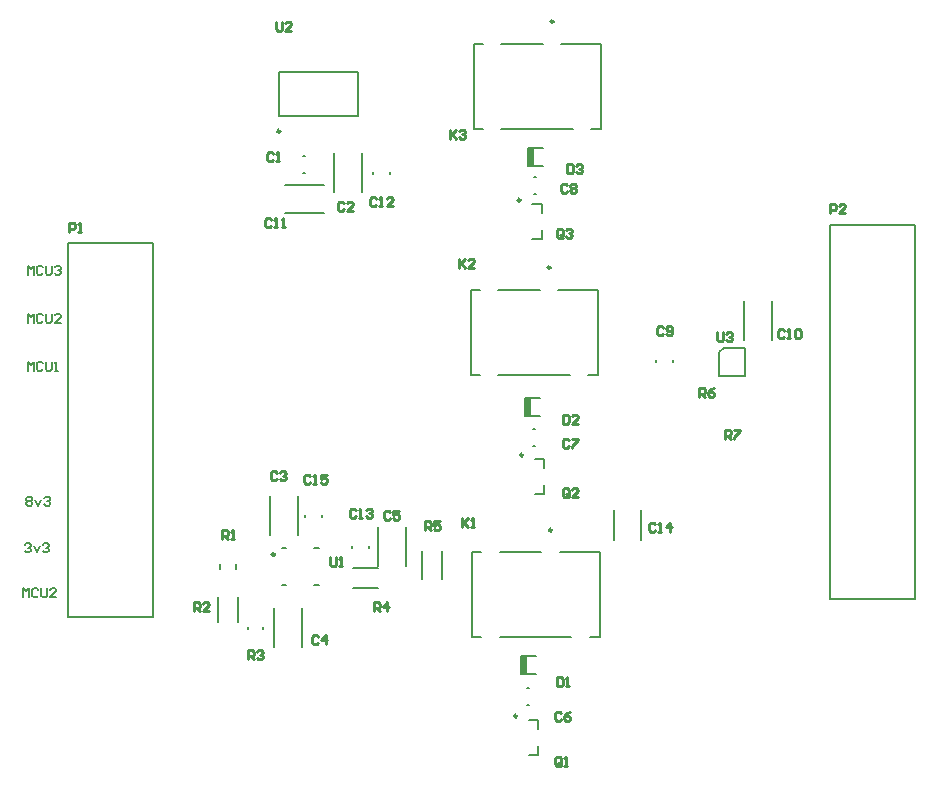
<source format=gto>
G04*
G04 #@! TF.GenerationSoftware,Altium Limited,Altium Designer,24.9.1 (31)*
G04*
G04 Layer_Color=65535*
%FSLAX44Y44*%
%MOMM*%
G71*
G04*
G04 #@! TF.SameCoordinates,7BCCF8FC-808F-4AE3-87CD-6E5EF412D55E*
G04*
G04*
G04 #@! TF.FilePolarity,Positive*
G04*
G01*
G75*
%ADD10C,0.2500*%
%ADD11C,0.2000*%
%ADD12C,0.1778*%
%ADD13C,0.2540*%
%ADD14R,0.5080X1.5870*%
D10*
X268060Y208120D02*
G03*
X268060Y208120I-1250J0D01*
G01*
X272550Y566420D02*
G03*
X272550Y566420I-1250J0D01*
G01*
X476070Y508220D02*
G03*
X476070Y508220I-1250J0D01*
G01*
X478200Y292320D02*
G03*
X478200Y292320I-1250J0D01*
G01*
X473120Y71340D02*
G03*
X473120Y71340I-1250J0D01*
G01*
X502700Y228740D02*
G03*
X502700Y228740I-1250J0D01*
G01*
X501430Y450990D02*
G03*
X501430Y450990I-1250J0D01*
G01*
X503970Y659270D02*
G03*
X503970Y659270I-1250J0D01*
G01*
D11*
X301560Y182620D02*
X305060D01*
X274060D02*
X277560D01*
X301560Y213620D02*
X305060D01*
X274060D02*
X277560D01*
X293740Y239640D02*
Y241140D01*
X308240Y239640D02*
Y241140D01*
X392759Y186939D02*
Y211061D01*
X409881Y186939D02*
Y211061D01*
X338300Y579670D02*
Y616670D01*
X271300Y579670D02*
Y616670D01*
X338300D01*
X271300Y579670D02*
X338300D01*
X276477Y521051D02*
X309539D01*
X276477Y497489D02*
X309539D01*
X378811Y198461D02*
Y231523D01*
X355249Y198461D02*
Y231523D01*
X287371Y224407D02*
Y257469D01*
X263809Y224407D02*
Y257469D01*
X341981Y515237D02*
Y548299D01*
X318419Y515237D02*
Y548299D01*
X291181Y129519D02*
Y162581D01*
X267619Y129519D02*
Y162581D01*
X688691Y389509D02*
Y422571D01*
X665129Y389509D02*
Y422571D01*
X493820Y475220D02*
Y483220D01*
X485820Y475220D02*
X493820D01*
Y497220D02*
Y505220D01*
X485820D02*
X493820D01*
X495950Y259320D02*
Y267320D01*
X487950Y259320D02*
X495950D01*
Y281320D02*
Y289320D01*
X487950D02*
X495950D01*
X490870Y38340D02*
Y46340D01*
X482870Y38340D02*
X490870D01*
Y60340D02*
Y68340D01*
X482870D02*
X490870D01*
X542950Y137990D02*
Y209990D01*
X434950D02*
X442800D01*
X458300D02*
X493600D01*
X509100D02*
X542950D01*
X434950Y137990D02*
Y209990D01*
Y137990D02*
X442800D01*
X458300D02*
X519000D01*
X534500D02*
X542950D01*
X333110Y213880D02*
Y215380D01*
X347610Y213880D02*
Y215380D01*
X334042Y179460D02*
X355104D01*
X334042Y196460D02*
X355104D01*
X165160Y155340D02*
Y472040D01*
X93160Y155340D02*
X165160D01*
X93160D02*
Y472040D01*
X165160D01*
X541680Y360240D02*
Y432240D01*
X433680D02*
X441530D01*
X457030D02*
X492330D01*
X507830D02*
X541680D01*
X433680Y360240D02*
Y432240D01*
Y360240D02*
X441530D01*
X457030D02*
X517730D01*
X533230D02*
X541680D01*
X590920Y371000D02*
Y372500D01*
X605420Y371000D02*
Y372500D01*
X648150Y383220D02*
X665930D01*
Y359090D02*
Y383220D01*
X644340Y359090D02*
X665930D01*
X644340D02*
Y379410D01*
X648150Y383220D01*
X487840Y513450D02*
X489340D01*
X487840Y527950D02*
X489340D01*
X482600Y537080D02*
Y552580D01*
X495300D01*
X482600Y537080D02*
X495300D01*
X544220Y568520D02*
Y640520D01*
X436220D02*
X444070D01*
X459570D02*
X494870D01*
X510370D02*
X544220D01*
X436220Y568520D02*
Y640520D01*
Y568520D02*
X444070D01*
X459570D02*
X520270D01*
X535770D02*
X544220D01*
X235350Y195530D02*
Y200030D01*
X221850Y195530D02*
Y200030D01*
X220100Y150759D02*
Y171821D01*
X237100Y150759D02*
Y171821D01*
X257710Y145324D02*
Y146776D01*
X245210Y145324D02*
Y146776D01*
X486570Y300090D02*
X488070D01*
X486570Y314590D02*
X488070D01*
X480060Y324990D02*
Y340490D01*
X492760D01*
X480060Y324990D02*
X492760D01*
X577670Y220787D02*
Y245849D01*
X555170Y220787D02*
Y245849D01*
X476250Y106550D02*
Y122050D01*
X488950D01*
X476250Y106550D02*
X488950D01*
X481490Y80380D02*
X482990D01*
X481490Y94880D02*
X482990D01*
X292260Y531230D02*
X293760D01*
X292260Y545730D02*
X293760D01*
X350890Y530470D02*
Y531970D01*
X365390Y530470D02*
Y531970D01*
X737810Y170580D02*
Y487280D01*
X809810D01*
Y170580D02*
Y487280D01*
X737810Y170580D02*
X809810D01*
D12*
X55118Y171958D02*
Y179576D01*
X57657Y177036D01*
X60196Y179576D01*
Y171958D01*
X67814Y178306D02*
X66544Y179576D01*
X64005D01*
X62736Y178306D01*
Y173228D01*
X64005Y171958D01*
X66544D01*
X67814Y173228D01*
X70353Y179576D02*
Y173228D01*
X71623Y171958D01*
X74162D01*
X75431Y173228D01*
Y179576D01*
X83049Y171958D02*
X77971D01*
X83049Y177036D01*
Y178306D01*
X81779Y179576D01*
X79240D01*
X77971Y178306D01*
X56388Y216406D02*
X57658Y217675D01*
X60197D01*
X61466Y216406D01*
Y215136D01*
X60197Y213867D01*
X58927D01*
X60197D01*
X61466Y212597D01*
Y211328D01*
X60197Y210058D01*
X57658D01*
X56388Y211328D01*
X64005Y215136D02*
X66545Y210058D01*
X69084Y215136D01*
X71623Y216406D02*
X72893Y217675D01*
X75432D01*
X76701Y216406D01*
Y215136D01*
X75432Y213867D01*
X74162D01*
X75432D01*
X76701Y212597D01*
Y211328D01*
X75432Y210058D01*
X72893D01*
X71623Y211328D01*
X57658Y255776D02*
X58928Y257045D01*
X61467D01*
X62736Y255776D01*
Y254506D01*
X61467Y253237D01*
X62736Y251967D01*
Y250698D01*
X61467Y249428D01*
X58928D01*
X57658Y250698D01*
Y251967D01*
X58928Y253237D01*
X57658Y254506D01*
Y255776D01*
X58928Y253237D02*
X61467D01*
X65276Y254506D02*
X67815Y249428D01*
X70354Y254506D01*
X72893Y255776D02*
X74163Y257045D01*
X76702D01*
X77971Y255776D01*
Y254506D01*
X76702Y253237D01*
X75432D01*
X76702D01*
X77971Y251967D01*
Y250698D01*
X76702Y249428D01*
X74163D01*
X72893Y250698D01*
X58928Y363728D02*
Y371345D01*
X61467Y368806D01*
X64006Y371345D01*
Y363728D01*
X71624Y370076D02*
X70354Y371345D01*
X67815D01*
X66546Y370076D01*
Y364998D01*
X67815Y363728D01*
X70354D01*
X71624Y364998D01*
X74163Y371345D02*
Y364998D01*
X75433Y363728D01*
X77972D01*
X79241Y364998D01*
Y371345D01*
X81781Y363728D02*
X84320D01*
X83050D01*
Y371345D01*
X81781Y370076D01*
X58928Y404368D02*
Y411986D01*
X61467Y409446D01*
X64006Y411986D01*
Y404368D01*
X71624Y410716D02*
X70354Y411986D01*
X67815D01*
X66546Y410716D01*
Y405638D01*
X67815Y404368D01*
X70354D01*
X71624Y405638D01*
X74163Y411986D02*
Y405638D01*
X75433Y404368D01*
X77972D01*
X79241Y405638D01*
Y411986D01*
X86859Y404368D02*
X81781D01*
X86859Y409446D01*
Y410716D01*
X85589Y411986D01*
X83050D01*
X81781Y410716D01*
X58928Y445008D02*
Y452626D01*
X61467Y450086D01*
X64006Y452626D01*
Y445008D01*
X71624Y451356D02*
X70354Y452626D01*
X67815D01*
X66546Y451356D01*
Y446278D01*
X67815Y445008D01*
X70354D01*
X71624Y446278D01*
X74163Y452626D02*
Y446278D01*
X75433Y445008D01*
X77972D01*
X79241Y446278D01*
Y452626D01*
X81781Y451356D02*
X83050Y452626D01*
X85589D01*
X86859Y451356D01*
Y450086D01*
X85589Y448817D01*
X84320D01*
X85589D01*
X86859Y447547D01*
Y446278D01*
X85589Y445008D01*
X83050D01*
X81781Y446278D01*
D13*
X314962Y205739D02*
Y199391D01*
X316231Y198121D01*
X318770D01*
X320040Y199391D01*
Y205739D01*
X322579Y198121D02*
X325118D01*
X323849D01*
Y205739D01*
X322579Y204469D01*
X297816Y274319D02*
X296547Y275589D01*
X294008D01*
X292738Y274319D01*
Y269241D01*
X294008Y267971D01*
X296547D01*
X297816Y269241D01*
X300356Y267971D02*
X302895D01*
X301625D01*
Y275589D01*
X300356Y274319D01*
X311782Y275589D02*
X306704D01*
Y271780D01*
X309243Y273050D01*
X310512D01*
X311782Y271780D01*
Y269241D01*
X310512Y267971D01*
X307973D01*
X306704Y269241D01*
X394972Y228601D02*
Y236219D01*
X398781D01*
X400050Y234949D01*
Y232410D01*
X398781Y231140D01*
X394972D01*
X397511D02*
X400050Y228601D01*
X407668Y236219D02*
X402590D01*
Y232410D01*
X405129Y233680D01*
X406398D01*
X407668Y232410D01*
Y229871D01*
X406398Y228601D01*
X403859D01*
X402590Y229871D01*
X269242Y659129D02*
Y652781D01*
X270512Y651511D01*
X273051D01*
X274320Y652781D01*
Y659129D01*
X281938Y651511D02*
X276860D01*
X281938Y656590D01*
Y657859D01*
X280668Y659129D01*
X278129D01*
X276860Y657859D01*
X426722Y238759D02*
Y231141D01*
Y233680D01*
X431800Y238759D01*
X427991Y234950D01*
X431800Y231141D01*
X434339D02*
X436878D01*
X435609D01*
Y238759D01*
X434339Y237489D01*
X269492Y277366D02*
X268223Y278636D01*
X265684D01*
X264414Y277366D01*
Y272288D01*
X265684Y271018D01*
X268223D01*
X269492Y272288D01*
X272031Y277366D02*
X273301Y278636D01*
X275840D01*
X277110Y277366D01*
Y276096D01*
X275840Y274827D01*
X274571D01*
X275840D01*
X277110Y273557D01*
Y272288D01*
X275840Y271018D01*
X273301D01*
X272031Y272288D01*
X365760Y243839D02*
X364491Y245109D01*
X361952D01*
X360682Y243839D01*
Y238761D01*
X361952Y237491D01*
X364491D01*
X365760Y238761D01*
X373378Y245109D02*
X368300D01*
Y241300D01*
X370839Y242570D01*
X372108D01*
X373378Y241300D01*
Y238761D01*
X372108Y237491D01*
X369569D01*
X368300Y238761D01*
X336548Y245616D02*
X335279Y246886D01*
X332740D01*
X331470Y245616D01*
Y240538D01*
X332740Y239268D01*
X335279D01*
X336548Y240538D01*
X339087Y239268D02*
X341627D01*
X340357D01*
Y246886D01*
X339087Y245616D01*
X345435D02*
X346705Y246886D01*
X349244D01*
X350514Y245616D01*
Y244346D01*
X349244Y243077D01*
X347975D01*
X349244D01*
X350514Y241807D01*
Y240538D01*
X349244Y239268D01*
X346705D01*
X345435Y240538D01*
X351792Y160021D02*
Y167639D01*
X355601D01*
X356870Y166369D01*
Y163830D01*
X355601Y162560D01*
X351792D01*
X354331D02*
X356870Y160021D01*
X363218D02*
Y167639D01*
X359410Y163830D01*
X364488D01*
X93982Y481331D02*
Y488949D01*
X97790D01*
X99060Y487679D01*
Y485140D01*
X97790Y483870D01*
X93982D01*
X101599Y481331D02*
X104138D01*
X102869D01*
Y488949D01*
X101599Y487679D01*
X264796Y491489D02*
X263526Y492759D01*
X260987D01*
X259718Y491489D01*
Y486411D01*
X260987Y485141D01*
X263526D01*
X264796Y486411D01*
X267335Y485141D02*
X269874D01*
X268605D01*
Y492759D01*
X267335Y491489D01*
X273683Y485141D02*
X276222D01*
X274953D01*
Y492759D01*
X273683Y491489D01*
X424182Y458469D02*
Y450851D01*
Y453390D01*
X429260Y458469D01*
X425452Y454660D01*
X429260Y450851D01*
X436878D02*
X431800D01*
X436878Y455930D01*
Y457199D01*
X435608Y458469D01*
X433069D01*
X431800Y457199D01*
X596900Y400049D02*
X595631Y401319D01*
X593092D01*
X591822Y400049D01*
Y394971D01*
X593092Y393701D01*
X595631D01*
X596900Y394971D01*
X599440D02*
X600709Y393701D01*
X603248D01*
X604518Y394971D01*
Y400049D01*
X603248Y401319D01*
X600709D01*
X599440Y400049D01*
Y398780D01*
X600709Y397510D01*
X604518D01*
X642622Y396239D02*
Y389891D01*
X643892Y388621D01*
X646431D01*
X647700Y389891D01*
Y396239D01*
X650240Y394969D02*
X651509Y396239D01*
X654048D01*
X655318Y394969D01*
Y393700D01*
X654048Y392430D01*
X652779D01*
X654048D01*
X655318Y391160D01*
Y389891D01*
X654048Y388621D01*
X651509D01*
X650240Y389891D01*
X648972Y306071D02*
Y313689D01*
X652781D01*
X654050Y312419D01*
Y309880D01*
X652781Y308610D01*
X648972D01*
X651511D02*
X654050Y306071D01*
X656590Y313689D02*
X661668D01*
Y312419D01*
X656590Y307341D01*
Y306071D01*
X627382Y341631D02*
Y349249D01*
X631191D01*
X632460Y347979D01*
Y345440D01*
X631191Y344170D01*
X627382D01*
X629921D02*
X632460Y341631D01*
X640078Y349249D02*
X637539Y347979D01*
X635000Y345440D01*
Y342901D01*
X636269Y341631D01*
X638808D01*
X640078Y342901D01*
Y344170D01*
X638808Y345440D01*
X635000D01*
X699136Y397509D02*
X697867Y398779D01*
X695328D01*
X694058Y397509D01*
Y392431D01*
X695328Y391161D01*
X697867D01*
X699136Y392431D01*
X701676Y391161D02*
X704215D01*
X702945D01*
Y398779D01*
X701676Y397509D01*
X708024D02*
X709293Y398779D01*
X711832D01*
X713102Y397509D01*
Y392431D01*
X711832Y391161D01*
X709293D01*
X708024Y392431D01*
Y397509D01*
X511810Y477521D02*
Y482599D01*
X510541Y483869D01*
X508002D01*
X506732Y482599D01*
Y477521D01*
X508002Y476251D01*
X510541D01*
X509271Y478790D02*
X511810Y476251D01*
X510541D02*
X511810Y477521D01*
X514350Y482599D02*
X515619Y483869D01*
X518158D01*
X519428Y482599D01*
Y481330D01*
X518158Y480060D01*
X516889D01*
X518158D01*
X519428Y478790D01*
Y477521D01*
X518158Y476251D01*
X515619D01*
X514350Y477521D01*
X515620Y520699D02*
X514351Y521969D01*
X511812D01*
X510542Y520699D01*
Y515621D01*
X511812Y514351D01*
X514351D01*
X515620Y515621D01*
X518160Y520699D02*
X519429Y521969D01*
X521968D01*
X523238Y520699D01*
Y519430D01*
X521968Y518160D01*
X523238Y516890D01*
Y515621D01*
X521968Y514351D01*
X519429D01*
X518160Y515621D01*
Y516890D01*
X519429Y518160D01*
X518160Y519430D01*
Y520699D01*
X519429Y518160D02*
X521968D01*
X515622Y538479D02*
Y530861D01*
X519431D01*
X520700Y532131D01*
Y537209D01*
X519431Y538479D01*
X515622D01*
X523240Y537209D02*
X524509Y538479D01*
X527048D01*
X528318Y537209D01*
Y535940D01*
X527048Y534670D01*
X525779D01*
X527048D01*
X528318Y533400D01*
Y532131D01*
X527048Y530861D01*
X524509D01*
X523240Y532131D01*
X416562Y567689D02*
Y560071D01*
Y562610D01*
X421640Y567689D01*
X417832Y563880D01*
X421640Y560071D01*
X424180Y566419D02*
X425449Y567689D01*
X427988D01*
X429258Y566419D01*
Y565150D01*
X427988Y563880D01*
X426719D01*
X427988D01*
X429258Y562610D01*
Y561341D01*
X427988Y560071D01*
X425449D01*
X424180Y561341D01*
X304800Y138429D02*
X303531Y139699D01*
X300992D01*
X299722Y138429D01*
Y133351D01*
X300992Y132081D01*
X303531D01*
X304800Y133351D01*
X311148Y132081D02*
Y139699D01*
X307340Y135890D01*
X312418D01*
X223522Y220981D02*
Y228599D01*
X227330D01*
X228600Y227329D01*
Y224790D01*
X227330Y223520D01*
X223522D01*
X226061D02*
X228600Y220981D01*
X231139D02*
X233678D01*
X232409D01*
Y228599D01*
X231139Y227329D01*
X199392Y160021D02*
Y167639D01*
X203201D01*
X204470Y166369D01*
Y163830D01*
X203201Y162560D01*
X199392D01*
X201931D02*
X204470Y160021D01*
X212088D02*
X207010D01*
X212088Y165100D01*
Y166369D01*
X210818Y167639D01*
X208279D01*
X207010Y166369D01*
X245112Y119381D02*
Y126999D01*
X248921D01*
X250190Y125729D01*
Y123190D01*
X248921Y121920D01*
X245112D01*
X247651D02*
X250190Y119381D01*
X252730Y125729D02*
X253999Y126999D01*
X256538D01*
X257808Y125729D01*
Y124460D01*
X256538Y123190D01*
X255269D01*
X256538D01*
X257808Y121920D01*
Y120651D01*
X256538Y119381D01*
X253999D01*
X252730Y120651D01*
X516890Y257811D02*
Y262889D01*
X515621Y264159D01*
X513082D01*
X511812Y262889D01*
Y257811D01*
X513082Y256541D01*
X515621D01*
X514351Y259080D02*
X516890Y256541D01*
X515621D02*
X516890Y257811D01*
X524508Y256541D02*
X519430D01*
X524508Y261620D01*
Y262889D01*
X523238Y264159D01*
X520699D01*
X519430Y262889D01*
X516890Y304799D02*
X515621Y306069D01*
X513082D01*
X511812Y304799D01*
Y299721D01*
X513082Y298451D01*
X515621D01*
X516890Y299721D01*
X519430Y306069D02*
X524508D01*
Y304799D01*
X519430Y299721D01*
Y298451D01*
X511812Y326389D02*
Y318771D01*
X515621D01*
X516890Y320041D01*
Y325119D01*
X515621Y326389D01*
X511812D01*
X524508Y318771D02*
X519430D01*
X524508Y323850D01*
Y325119D01*
X523238Y326389D01*
X520699D01*
X519430Y325119D01*
X589916Y233679D02*
X588647Y234949D01*
X586108D01*
X584838Y233679D01*
Y228601D01*
X586108Y227331D01*
X588647D01*
X589916Y228601D01*
X592456Y227331D02*
X594995D01*
X593725D01*
Y234949D01*
X592456Y233679D01*
X602612Y227331D02*
Y234949D01*
X598804Y231140D01*
X603882D01*
X506732Y104139D02*
Y96521D01*
X510540D01*
X511810Y97791D01*
Y102869D01*
X510540Y104139D01*
X506732D01*
X514349Y96521D02*
X516888D01*
X515619D01*
Y104139D01*
X514349Y102869D01*
X510540Y30481D02*
Y35559D01*
X509270Y36829D01*
X506731D01*
X505462Y35559D01*
Y30481D01*
X506731Y29211D01*
X509270D01*
X508001Y31750D02*
X510540Y29211D01*
X509270D02*
X510540Y30481D01*
X513079Y29211D02*
X515618D01*
X514349D01*
Y36829D01*
X513079Y35559D01*
X510540Y73659D02*
X509271Y74929D01*
X506732D01*
X505462Y73659D01*
Y68581D01*
X506732Y67311D01*
X509271D01*
X510540Y68581D01*
X518158Y74929D02*
X515619Y73659D01*
X513080Y71120D01*
Y68581D01*
X514349Y67311D01*
X516888D01*
X518158Y68581D01*
Y69850D01*
X516888Y71120D01*
X513080D01*
X266700Y547369D02*
X265430Y548639D01*
X262891D01*
X261622Y547369D01*
Y542291D01*
X262891Y541021D01*
X265430D01*
X266700Y542291D01*
X269239Y541021D02*
X271778D01*
X270509D01*
Y548639D01*
X269239Y547369D01*
X353696Y509269D02*
X352427Y510539D01*
X349888D01*
X348618Y509269D01*
Y504191D01*
X349888Y502921D01*
X352427D01*
X353696Y504191D01*
X356236Y502921D02*
X358775D01*
X357505D01*
Y510539D01*
X356236Y509269D01*
X367662Y502921D02*
X362584D01*
X367662Y508000D01*
Y509269D01*
X366392Y510539D01*
X363853D01*
X362584Y509269D01*
X326390Y505459D02*
X325121Y506729D01*
X322582D01*
X321312Y505459D01*
Y500381D01*
X322582Y499111D01*
X325121D01*
X326390Y500381D01*
X334008Y499111D02*
X328930D01*
X334008Y504190D01*
Y505459D01*
X332738Y506729D01*
X330199D01*
X328930Y505459D01*
X738124Y497078D02*
Y504696D01*
X741933D01*
X743202Y503426D01*
Y500887D01*
X741933Y499617D01*
X738124D01*
X750820Y497078D02*
X745742D01*
X750820Y502156D01*
Y503426D01*
X749550Y504696D01*
X747011D01*
X745742Y503426D01*
D14*
X485140Y545145D02*
D03*
X482600Y333055D02*
D03*
X478790Y114615D02*
D03*
M02*

</source>
